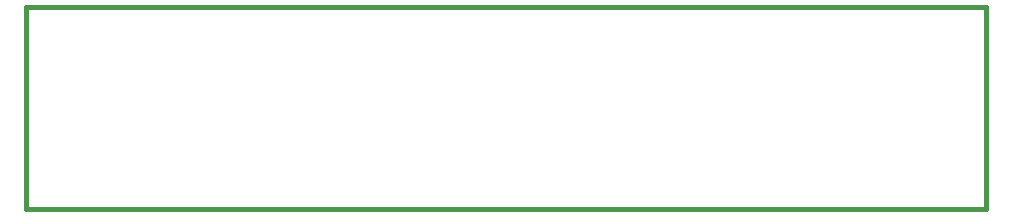
<source format=gbr>
G04 #@! TF.GenerationSoftware,KiCad,Pcbnew,5.1.6-c6e7f7d~87~ubuntu19.10.1*
G04 #@! TF.CreationDate,2021-08-21T16:54:15+06:00*
G04 #@! TF.ProjectId,potentiometer_board_18_3x17_r1,706f7465-6e74-4696-9f6d-657465725f62,1A*
G04 #@! TF.SameCoordinates,Original*
G04 #@! TF.FileFunction,Profile,NP*
%FSLAX46Y46*%
G04 Gerber Fmt 4.6, Leading zero omitted, Abs format (unit mm)*
G04 Created by KiCad (PCBNEW 5.1.6-c6e7f7d~87~ubuntu19.10.1) date 2021-08-21 16:54:15*
%MOMM*%
%LPD*%
G01*
G04 APERTURE LIST*
G04 #@! TA.AperFunction,Profile*
%ADD10C,0.400000*%
G04 #@! TD*
G04 APERTURE END LIST*
D10*
X146050000Y-140335000D02*
X146050000Y-157480000D01*
X64770000Y-140335000D02*
X64770000Y-157480000D01*
X64770000Y-157480000D02*
X146050000Y-157480000D01*
X64770000Y-140335000D02*
X146050000Y-140335000D01*
M02*

</source>
